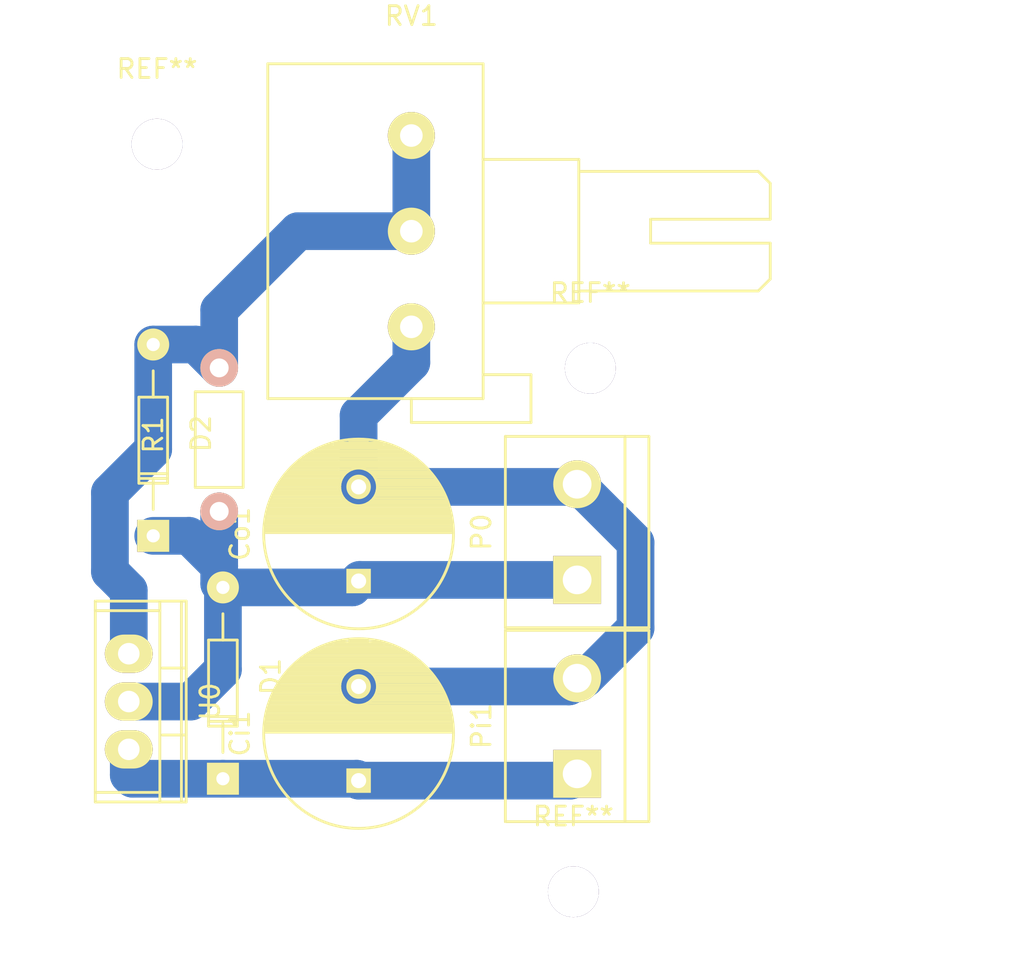
<source format=kicad_pcb>
(kicad_pcb (version 4) (host pcbnew 4.0.2+dfsg1-stable)

  (general
    (links 16)
    (no_connects 0)
    (area 161.014536 69.865 202.325001 114.625001)
    (thickness 1.6)
    (drawings 2)
    (tracks 41)
    (zones 0)
    (modules 12)
    (nets 5)
  )

  (page A4)
  (layers
    (0 F.Cu signal)
    (31 B.Cu signal)
    (32 B.Adhes user)
    (33 F.Adhes user)
    (34 B.Paste user)
    (35 F.Paste user)
    (36 B.SilkS user)
    (37 F.SilkS user)
    (38 B.Mask user)
    (39 F.Mask user)
    (40 Dwgs.User user)
    (41 Cmts.User user)
    (42 Eco1.User user)
    (43 Eco2.User user)
    (44 Edge.Cuts user)
    (45 Margin user)
    (46 B.CrtYd user)
    (47 F.CrtYd user)
    (48 B.Fab user)
    (49 F.Fab user)
  )

  (setup
    (last_trace_width 2)
    (trace_clearance 0.2)
    (zone_clearance 0.508)
    (zone_45_only no)
    (trace_min 0.2)
    (segment_width 0.2)
    (edge_width 0.15)
    (via_size 0.6)
    (via_drill 0.4)
    (via_min_size 0.4)
    (via_min_drill 0.3)
    (uvia_size 0.3)
    (uvia_drill 0.1)
    (uvias_allowed no)
    (uvia_min_size 0.2)
    (uvia_min_drill 0.1)
    (pcb_text_width 0.3)
    (pcb_text_size 1.5 1.5)
    (mod_edge_width 0.15)
    (mod_text_size 1 1)
    (mod_text_width 0.15)
    (pad_size 1.524 1.524)
    (pad_drill 0.762)
    (pad_to_mask_clearance 0.2)
    (aux_axis_origin 0 0)
    (visible_elements FFFFFF7F)
    (pcbplotparams
      (layerselection 0x00030_80000001)
      (usegerberextensions false)
      (excludeedgelayer true)
      (linewidth 0.100000)
      (plotframeref false)
      (viasonmask false)
      (mode 1)
      (useauxorigin false)
      (hpglpennumber 1)
      (hpglpenspeed 20)
      (hpglpendiameter 15)
      (hpglpenoverlay 2)
      (psnegative false)
      (psa4output false)
      (plotreference true)
      (plotvalue true)
      (plotinvisibletext false)
      (padsonsilk false)
      (subtractmaskfromsilk false)
      (outputformat 1)
      (mirror false)
      (drillshape 1)
      (scaleselection 1)
      (outputdirectory ""))
  )

  (net 0 "")
  (net 1 "Net-(Ci1-Pad1)")
  (net 2 "Net-(Ci1-Pad2)")
  (net 3 "Net-(Co1-Pad1)")
  (net 4 "Net-(D2-Pad2)")

  (net_class Default "This is the default net class."
    (clearance 0.2)
    (trace_width 2)
    (via_dia 0.6)
    (via_drill 0.4)
    (uvia_dia 0.3)
    (uvia_drill 0.1)
    (add_net "Net-(Ci1-Pad1)")
    (add_net "Net-(Ci1-Pad2)")
    (add_net "Net-(Co1-Pad1)")
    (add_net "Net-(D2-Pad2)")
  )

  (module Diodes_ThroughHole:Diode_DO-35_SOD27_Horizontal_RM10 (layer F.Cu) (tedit 552FFC30) (tstamp 58E0E622)
    (at 173 111.5 90)
    (descr "Diode, DO-35,  SOD27, Horizontal, RM 10mm")
    (tags "Diode, DO-35, SOD27, Horizontal, RM 10mm, 1N4148,")
    (path /58E10BE2)
    (fp_text reference D1 (at 5.43052 2.53746 90) (layer F.SilkS)
      (effects (font (size 1 1) (thickness 0.15)))
    )
    (fp_text value FR107 (at 4.41452 -3.55854 90) (layer F.Fab)
      (effects (font (size 1 1) (thickness 0.15)))
    )
    (fp_line (start 7.36652 -0.00254) (end 8.76352 -0.00254) (layer F.SilkS) (width 0.15))
    (fp_line (start 2.92152 -0.00254) (end 1.39752 -0.00254) (layer F.SilkS) (width 0.15))
    (fp_line (start 3.30252 -0.76454) (end 3.30252 0.75946) (layer F.SilkS) (width 0.15))
    (fp_line (start 3.04852 -0.76454) (end 3.04852 0.75946) (layer F.SilkS) (width 0.15))
    (fp_line (start 2.79452 -0.00254) (end 2.79452 0.75946) (layer F.SilkS) (width 0.15))
    (fp_line (start 2.79452 0.75946) (end 7.36652 0.75946) (layer F.SilkS) (width 0.15))
    (fp_line (start 7.36652 0.75946) (end 7.36652 -0.76454) (layer F.SilkS) (width 0.15))
    (fp_line (start 7.36652 -0.76454) (end 2.79452 -0.76454) (layer F.SilkS) (width 0.15))
    (fp_line (start 2.79452 -0.76454) (end 2.79452 -0.00254) (layer F.SilkS) (width 0.15))
    (pad 2 thru_hole circle (at 10.16052 -0.00254 270) (size 1.69926 1.69926) (drill 0.70104) (layers *.Cu *.Mask F.SilkS)
      (net 3 "Net-(Co1-Pad1)"))
    (pad 1 thru_hole rect (at 0.00052 -0.00254 270) (size 1.69926 1.69926) (drill 0.70104) (layers *.Cu *.Mask F.SilkS)
      (net 1 "Net-(Ci1-Pad1)"))
    (model Diodes_ThroughHole.3dshapes/Diode_DO-35_SOD27_Horizontal_RM10.wrl
      (at (xyz 0.2 0 0))
      (scale (xyz 0.4 0.4 0.4))
      (rotate (xyz 0 0 180))
    )
  )

  (module Diodes_ThroughHole:Diode_DO-35_SOD27_Horizontal_RM10 (layer F.Cu) (tedit 552FFC30) (tstamp 58E0E628)
    (at 169.3 98.6 90)
    (descr "Diode, DO-35,  SOD27, Horizontal, RM 10mm")
    (tags "Diode, DO-35, SOD27, Horizontal, RM 10mm, 1N4148,")
    (path /58E10C69)
    (fp_text reference D2 (at 5.43052 2.53746 90) (layer F.SilkS)
      (effects (font (size 1 1) (thickness 0.15)))
    )
    (fp_text value FR107 (at 4.41452 -3.55854 90) (layer F.Fab)
      (effects (font (size 1 1) (thickness 0.15)))
    )
    (fp_line (start 7.36652 -0.00254) (end 8.76352 -0.00254) (layer F.SilkS) (width 0.15))
    (fp_line (start 2.92152 -0.00254) (end 1.39752 -0.00254) (layer F.SilkS) (width 0.15))
    (fp_line (start 3.30252 -0.76454) (end 3.30252 0.75946) (layer F.SilkS) (width 0.15))
    (fp_line (start 3.04852 -0.76454) (end 3.04852 0.75946) (layer F.SilkS) (width 0.15))
    (fp_line (start 2.79452 -0.00254) (end 2.79452 0.75946) (layer F.SilkS) (width 0.15))
    (fp_line (start 2.79452 0.75946) (end 7.36652 0.75946) (layer F.SilkS) (width 0.15))
    (fp_line (start 7.36652 0.75946) (end 7.36652 -0.76454) (layer F.SilkS) (width 0.15))
    (fp_line (start 7.36652 -0.76454) (end 2.79452 -0.76454) (layer F.SilkS) (width 0.15))
    (fp_line (start 2.79452 -0.76454) (end 2.79452 -0.00254) (layer F.SilkS) (width 0.15))
    (pad 2 thru_hole circle (at 10.16052 -0.00254 270) (size 1.69926 1.69926) (drill 0.70104) (layers *.Cu *.Mask F.SilkS)
      (net 4 "Net-(D2-Pad2)"))
    (pad 1 thru_hole rect (at 0.00052 -0.00254 270) (size 1.69926 1.69926) (drill 0.70104) (layers *.Cu *.Mask F.SilkS)
      (net 3 "Net-(Co1-Pad1)"))
    (model Diodes_ThroughHole.3dshapes/Diode_DO-35_SOD27_Horizontal_RM10.wrl
      (at (xyz 0.2 0 0))
      (scale (xyz 0.4 0.4 0.4))
      (rotate (xyz 0 0 180))
    )
  )

  (module Resistors_ThroughHole:Resistor_Horizontal_RM7mm (layer F.Cu) (tedit 569FCF07) (tstamp 58E0E63A)
    (at 172.8 97.3 90)
    (descr "Resistor, Axial,  RM 7.62mm, 1/3W,")
    (tags "Resistor Axial RM 7.62mm 1/3W R3")
    (path /58E10CAC)
    (fp_text reference R1 (at 4.05892 -3.50012 90) (layer F.SilkS)
      (effects (font (size 1 1) (thickness 0.15)))
    )
    (fp_text value 240 (at 3.81 3.81 90) (layer F.Fab)
      (effects (font (size 1 1) (thickness 0.15)))
    )
    (fp_line (start -1.25 -1.5) (end 8.85 -1.5) (layer F.CrtYd) (width 0.05))
    (fp_line (start -1.25 1.5) (end -1.25 -1.5) (layer F.CrtYd) (width 0.05))
    (fp_line (start 8.85 -1.5) (end 8.85 1.5) (layer F.CrtYd) (width 0.05))
    (fp_line (start -1.25 1.5) (end 8.85 1.5) (layer F.CrtYd) (width 0.05))
    (fp_line (start 1.27 -1.27) (end 6.35 -1.27) (layer F.SilkS) (width 0.15))
    (fp_line (start 6.35 -1.27) (end 6.35 1.27) (layer F.SilkS) (width 0.15))
    (fp_line (start 6.35 1.27) (end 1.27 1.27) (layer F.SilkS) (width 0.15))
    (fp_line (start 1.27 1.27) (end 1.27 -1.27) (layer F.SilkS) (width 0.15))
    (pad 1 thru_hole circle (at 0 0 90) (size 1.99898 1.99898) (drill 1.00076) (layers *.Cu *.SilkS *.Mask)
      (net 3 "Net-(Co1-Pad1)"))
    (pad 2 thru_hole circle (at 7.62 0 90) (size 1.99898 1.99898) (drill 1.00076) (layers *.Cu *.SilkS *.Mask)
      (net 4 "Net-(D2-Pad2)"))
  )

  (module Potentiometers:Potentiometer_Alps-RK163-single_15mm (layer F.Cu) (tedit 5452A365) (tstamp 58E0E641)
    (at 183 87.5)
    (descr "Potentiometer, Alps, RK163, single")
    (tags "Potentiometer, Alps, RK163, single")
    (path /58E10D4E)
    (fp_text reference RV1 (at 0 -16.51) (layer F.SilkS)
      (effects (font (size 1 1) (thickness 0.15)))
    )
    (fp_text value 10 (at 0 7.62) (layer F.Fab)
      (effects (font (size 1 1) (thickness 0.15)))
    )
    (fp_line (start 19.05 -5.715) (end 19.05 -7.62) (layer F.SilkS) (width 0.15))
    (fp_line (start 19.05 -2.54) (end 19.05 -4.445) (layer F.SilkS) (width 0.15))
    (fp_line (start 12.7 -5.715) (end 12.7 -4.445) (layer F.SilkS) (width 0.15))
    (fp_line (start 0 5.08) (end 6.35 5.08) (layer F.SilkS) (width 0.15))
    (fp_line (start 6.35 5.08) (end 6.35 2.54) (layer F.SilkS) (width 0.15))
    (fp_line (start 6.35 2.54) (end 3.81 2.54) (layer F.SilkS) (width 0.15))
    (fp_line (start 0 5.08) (end 0 3.81) (layer F.SilkS) (width 0.15))
    (fp_line (start 12.7 -4.445) (end 19.05 -4.445) (layer F.SilkS) (width 0.15))
    (fp_line (start 19.05 -5.715) (end 12.7 -5.715) (layer F.SilkS) (width 0.15))
    (fp_line (start 8.89 -8.255) (end 18.415 -8.255) (layer F.SilkS) (width 0.15))
    (fp_line (start 18.415 -8.255) (end 19.05 -7.62) (layer F.SilkS) (width 0.15))
    (fp_line (start 19.05 -2.54) (end 18.415 -1.905) (layer F.SilkS) (width 0.15))
    (fp_line (start 18.415 -1.905) (end 8.89 -1.905) (layer F.SilkS) (width 0.15))
    (fp_line (start 3.81 -8.89) (end 8.89 -8.89) (layer F.SilkS) (width 0.15))
    (fp_line (start 8.89 -8.89) (end 8.89 -1.27) (layer F.SilkS) (width 0.15))
    (fp_line (start 8.89 -1.27) (end 3.81 -1.27) (layer F.SilkS) (width 0.15))
    (fp_line (start 3.81 -13.97) (end 3.81 3.81) (layer F.SilkS) (width 0.15))
    (fp_line (start 3.81 3.81) (end -7.62 3.81) (layer F.SilkS) (width 0.15))
    (fp_line (start -7.62 3.81) (end -7.62 -13.97) (layer F.SilkS) (width 0.15))
    (fp_line (start -7.62 -13.97) (end 3.81 -13.97) (layer F.SilkS) (width 0.15))
    (pad 2 thru_hole circle (at 0 -5.08) (size 2.49936 2.49936) (drill 1.19888) (layers *.Cu *.Mask F.SilkS)
      (net 4 "Net-(D2-Pad2)"))
    (pad 3 thru_hole circle (at 0 -10.16) (size 2.49936 2.49936) (drill 1.19888) (layers *.Cu *.Mask F.SilkS)
      (net 4 "Net-(D2-Pad2)"))
    (pad 1 thru_hole circle (at 0 0) (size 2.49936 2.49936) (drill 1.19888) (layers *.Cu *.Mask F.SilkS)
      (net 2 "Net-(Ci1-Pad2)"))
    (model Potentiometers.3dshapes/Potentiometer_Alps-RK163-single_15mm.wrl
      (at (xyz 0 0 0))
      (scale (xyz 1 1 1))
      (rotate (xyz 0 0 0))
    )
  )

  (module Power_Integrations:TO-220 (layer F.Cu) (tedit 0) (tstamp 58E0E648)
    (at 168 107.4 270)
    (descr "Non Isolated JEDEC TO-220 Package")
    (tags "Power Integration YN Package")
    (path /58E10BB1)
    (fp_text reference U0 (at 0 -4.318 270) (layer F.SilkS)
      (effects (font (size 1 1) (thickness 0.15)))
    )
    (fp_text value LM317AT (at 0 -4.318 270) (layer F.Fab)
      (effects (font (size 1 1) (thickness 0.15)))
    )
    (fp_line (start 4.826 -1.651) (end 4.826 1.778) (layer F.SilkS) (width 0.15))
    (fp_line (start -4.826 -1.651) (end -4.826 1.778) (layer F.SilkS) (width 0.15))
    (fp_line (start 5.334 -2.794) (end -5.334 -2.794) (layer F.SilkS) (width 0.15))
    (fp_line (start 1.778 -1.778) (end 1.778 -3.048) (layer F.SilkS) (width 0.15))
    (fp_line (start -1.778 -1.778) (end -1.778 -3.048) (layer F.SilkS) (width 0.15))
    (fp_line (start -5.334 -1.651) (end 5.334 -1.651) (layer F.SilkS) (width 0.15))
    (fp_line (start 5.334 1.778) (end -5.334 1.778) (layer F.SilkS) (width 0.15))
    (fp_line (start -5.334 -3.048) (end -5.334 1.778) (layer F.SilkS) (width 0.15))
    (fp_line (start 5.334 -3.048) (end 5.334 1.778) (layer F.SilkS) (width 0.15))
    (fp_line (start 5.334 -3.048) (end -5.334 -3.048) (layer F.SilkS) (width 0.15))
    (pad 2 thru_hole oval (at 0 0 270) (size 2.032 2.54) (drill 1.143) (layers *.Cu *.Mask F.SilkS)
      (net 3 "Net-(Co1-Pad1)"))
    (pad 3 thru_hole oval (at 2.54 0 270) (size 2.032 2.54) (drill 1.143) (layers *.Cu *.Mask F.SilkS)
      (net 1 "Net-(Ci1-Pad1)"))
    (pad 1 thru_hole oval (at -2.54 0 270) (size 2.032 2.54) (drill 1.143) (layers *.Cu *.Mask F.SilkS)
      (net 4 "Net-(D2-Pad2)"))
  )

  (module Connect:bornier2 (layer F.Cu) (tedit 0) (tstamp 58E0E62E)
    (at 191.8 98.4 90)
    (descr "Bornier d'alimentation 2 pins")
    (tags DEV)
    (path /58E10DE9)
    (fp_text reference P0 (at 0 -5.08 90) (layer F.SilkS)
      (effects (font (size 1 1) (thickness 0.15)))
    )
    (fp_text value CONN_01X02 (at 0 5.08 90) (layer F.Fab)
      (effects (font (size 1 1) (thickness 0.15)))
    )
    (fp_line (start 5.08 2.54) (end -5.08 2.54) (layer F.SilkS) (width 0.15))
    (fp_line (start 5.08 3.81) (end 5.08 -3.81) (layer F.SilkS) (width 0.15))
    (fp_line (start 5.08 -3.81) (end -5.08 -3.81) (layer F.SilkS) (width 0.15))
    (fp_line (start -5.08 -3.81) (end -5.08 3.81) (layer F.SilkS) (width 0.15))
    (fp_line (start -5.08 3.81) (end 5.08 3.81) (layer F.SilkS) (width 0.15))
    (pad 1 thru_hole rect (at -2.54 0 90) (size 2.54 2.54) (drill 1.524) (layers *.Cu *.Mask F.SilkS)
      (net 3 "Net-(Co1-Pad1)"))
    (pad 2 thru_hole circle (at 2.54 0 90) (size 2.54 2.54) (drill 1.524) (layers *.Cu *.Mask F.SilkS)
      (net 2 "Net-(Ci1-Pad2)"))
    (model Connect.3dshapes/bornier2.wrl
      (at (xyz 0 0 0))
      (scale (xyz 1 1 1))
      (rotate (xyz 0 0 0))
    )
  )

  (module Connect:bornier2 (layer F.Cu) (tedit 0) (tstamp 58E0E634)
    (at 191.8 108.7 90)
    (descr "Bornier d'alimentation 2 pins")
    (tags DEV)
    (path /58E10D81)
    (fp_text reference Pi1 (at 0 -5.08 90) (layer F.SilkS)
      (effects (font (size 1 1) (thickness 0.15)))
    )
    (fp_text value CONN_01X02 (at 0 5.08 90) (layer F.Fab)
      (effects (font (size 1 1) (thickness 0.15)))
    )
    (fp_line (start 5.08 2.54) (end -5.08 2.54) (layer F.SilkS) (width 0.15))
    (fp_line (start 5.08 3.81) (end 5.08 -3.81) (layer F.SilkS) (width 0.15))
    (fp_line (start 5.08 -3.81) (end -5.08 -3.81) (layer F.SilkS) (width 0.15))
    (fp_line (start -5.08 -3.81) (end -5.08 3.81) (layer F.SilkS) (width 0.15))
    (fp_line (start -5.08 3.81) (end 5.08 3.81) (layer F.SilkS) (width 0.15))
    (pad 1 thru_hole rect (at -2.54 0 90) (size 2.54 2.54) (drill 1.524) (layers *.Cu *.Mask F.SilkS)
      (net 1 "Net-(Ci1-Pad1)"))
    (pad 2 thru_hole circle (at 2.54 0 90) (size 2.54 2.54) (drill 1.524) (layers *.Cu *.Mask F.SilkS)
      (net 2 "Net-(Ci1-Pad2)"))
    (model Connect.3dshapes/bornier2.wrl
      (at (xyz 0 0 0))
      (scale (xyz 1 1 1))
      (rotate (xyz 0 0 0))
    )
  )

  (module Capacitors_ThroughHole:C_Radial_D10_L20_P5 (layer F.Cu) (tedit 0) (tstamp 58E0E616)
    (at 180.2 111.6 90)
    (descr "Radial Electrolytic Capacitor Diameter 10mm x Length 20mm, Pitch 5mm")
    (tags "Electrolytic Capacitor")
    (path /58E10E60)
    (fp_text reference Ci1 (at 2.5 -6.3 90) (layer F.SilkS)
      (effects (font (size 1 1) (thickness 0.15)))
    )
    (fp_text value 0.1uF (at 2.5 6.3 90) (layer F.Fab)
      (effects (font (size 1 1) (thickness 0.15)))
    )
    (fp_line (start 2.575 -4.999) (end 2.575 4.999) (layer F.SilkS) (width 0.15))
    (fp_line (start 2.715 -4.995) (end 2.715 4.995) (layer F.SilkS) (width 0.15))
    (fp_line (start 2.855 -4.987) (end 2.855 4.987) (layer F.SilkS) (width 0.15))
    (fp_line (start 2.995 -4.975) (end 2.995 4.975) (layer F.SilkS) (width 0.15))
    (fp_line (start 3.135 -4.96) (end 3.135 4.96) (layer F.SilkS) (width 0.15))
    (fp_line (start 3.275 -4.94) (end 3.275 4.94) (layer F.SilkS) (width 0.15))
    (fp_line (start 3.415 -4.916) (end 3.415 4.916) (layer F.SilkS) (width 0.15))
    (fp_line (start 3.555 -4.887) (end 3.555 4.887) (layer F.SilkS) (width 0.15))
    (fp_line (start 3.695 -4.855) (end 3.695 4.855) (layer F.SilkS) (width 0.15))
    (fp_line (start 3.835 -4.818) (end 3.835 4.818) (layer F.SilkS) (width 0.15))
    (fp_line (start 3.975 -4.777) (end 3.975 4.777) (layer F.SilkS) (width 0.15))
    (fp_line (start 4.115 -4.732) (end 4.115 -0.466) (layer F.SilkS) (width 0.15))
    (fp_line (start 4.115 0.466) (end 4.115 4.732) (layer F.SilkS) (width 0.15))
    (fp_line (start 4.255 -4.682) (end 4.255 -0.667) (layer F.SilkS) (width 0.15))
    (fp_line (start 4.255 0.667) (end 4.255 4.682) (layer F.SilkS) (width 0.15))
    (fp_line (start 4.395 -4.627) (end 4.395 -0.796) (layer F.SilkS) (width 0.15))
    (fp_line (start 4.395 0.796) (end 4.395 4.627) (layer F.SilkS) (width 0.15))
    (fp_line (start 4.535 -4.567) (end 4.535 -0.885) (layer F.SilkS) (width 0.15))
    (fp_line (start 4.535 0.885) (end 4.535 4.567) (layer F.SilkS) (width 0.15))
    (fp_line (start 4.675 -4.502) (end 4.675 -0.946) (layer F.SilkS) (width 0.15))
    (fp_line (start 4.675 0.946) (end 4.675 4.502) (layer F.SilkS) (width 0.15))
    (fp_line (start 4.815 -4.432) (end 4.815 -0.983) (layer F.SilkS) (width 0.15))
    (fp_line (start 4.815 0.983) (end 4.815 4.432) (layer F.SilkS) (width 0.15))
    (fp_line (start 4.955 -4.356) (end 4.955 -0.999) (layer F.SilkS) (width 0.15))
    (fp_line (start 4.955 0.999) (end 4.955 4.356) (layer F.SilkS) (width 0.15))
    (fp_line (start 5.095 -4.274) (end 5.095 -0.995) (layer F.SilkS) (width 0.15))
    (fp_line (start 5.095 0.995) (end 5.095 4.274) (layer F.SilkS) (width 0.15))
    (fp_line (start 5.235 -4.186) (end 5.235 -0.972) (layer F.SilkS) (width 0.15))
    (fp_line (start 5.235 0.972) (end 5.235 4.186) (layer F.SilkS) (width 0.15))
    (fp_line (start 5.375 -4.091) (end 5.375 -0.927) (layer F.SilkS) (width 0.15))
    (fp_line (start 5.375 0.927) (end 5.375 4.091) (layer F.SilkS) (width 0.15))
    (fp_line (start 5.515 -3.989) (end 5.515 -0.857) (layer F.SilkS) (width 0.15))
    (fp_line (start 5.515 0.857) (end 5.515 3.989) (layer F.SilkS) (width 0.15))
    (fp_line (start 5.655 -3.879) (end 5.655 -0.756) (layer F.SilkS) (width 0.15))
    (fp_line (start 5.655 0.756) (end 5.655 3.879) (layer F.SilkS) (width 0.15))
    (fp_line (start 5.795 -3.761) (end 5.795 -0.607) (layer F.SilkS) (width 0.15))
    (fp_line (start 5.795 0.607) (end 5.795 3.761) (layer F.SilkS) (width 0.15))
    (fp_line (start 5.935 -3.633) (end 5.935 -0.355) (layer F.SilkS) (width 0.15))
    (fp_line (start 5.935 0.355) (end 5.935 3.633) (layer F.SilkS) (width 0.15))
    (fp_line (start 6.075 -3.496) (end 6.075 3.496) (layer F.SilkS) (width 0.15))
    (fp_line (start 6.215 -3.346) (end 6.215 3.346) (layer F.SilkS) (width 0.15))
    (fp_line (start 6.355 -3.184) (end 6.355 3.184) (layer F.SilkS) (width 0.15))
    (fp_line (start 6.495 -3.007) (end 6.495 3.007) (layer F.SilkS) (width 0.15))
    (fp_line (start 6.635 -2.811) (end 6.635 2.811) (layer F.SilkS) (width 0.15))
    (fp_line (start 6.775 -2.593) (end 6.775 2.593) (layer F.SilkS) (width 0.15))
    (fp_line (start 6.915 -2.347) (end 6.915 2.347) (layer F.SilkS) (width 0.15))
    (fp_line (start 7.055 -2.062) (end 7.055 2.062) (layer F.SilkS) (width 0.15))
    (fp_line (start 7.195 -1.72) (end 7.195 1.72) (layer F.SilkS) (width 0.15))
    (fp_line (start 7.335 -1.274) (end 7.335 1.274) (layer F.SilkS) (width 0.15))
    (fp_line (start 7.475 -0.499) (end 7.475 0.499) (layer F.SilkS) (width 0.15))
    (fp_circle (center 5 0) (end 5 -1) (layer F.SilkS) (width 0.15))
    (fp_circle (center 2.5 0) (end 2.5 -5.0375) (layer F.SilkS) (width 0.15))
    (fp_circle (center 2.5 0) (end 2.5 -5.3) (layer F.CrtYd) (width 0.05))
    (pad 1 thru_hole rect (at 0 0 90) (size 1.3 1.3) (drill 0.8) (layers *.Cu *.Mask F.SilkS)
      (net 1 "Net-(Ci1-Pad1)"))
    (pad 2 thru_hole circle (at 5 0 90) (size 1.3 1.3) (drill 0.8) (layers *.Cu *.Mask F.SilkS)
      (net 2 "Net-(Ci1-Pad2)"))
    (model Capacitors_ThroughHole.3dshapes/C_Radial_D10_L20_P5.wrl
      (at (xyz 0 0 0))
      (scale (xyz 1 1 1))
      (rotate (xyz 0 0 0))
    )
  )

  (module Capacitors_ThroughHole:C_Radial_D10_L20_P5 (layer F.Cu) (tedit 0) (tstamp 58E0E61C)
    (at 180.2 101 90)
    (descr "Radial Electrolytic Capacitor Diameter 10mm x Length 20mm, Pitch 5mm")
    (tags "Electrolytic Capacitor")
    (path /58E10D19)
    (fp_text reference Co1 (at 2.5 -6.3 90) (layer F.SilkS)
      (effects (font (size 1 1) (thickness 0.15)))
    )
    (fp_text value 10uF (at 2.5 6.3 90) (layer F.Fab)
      (effects (font (size 1 1) (thickness 0.15)))
    )
    (fp_line (start 2.575 -4.999) (end 2.575 4.999) (layer F.SilkS) (width 0.15))
    (fp_line (start 2.715 -4.995) (end 2.715 4.995) (layer F.SilkS) (width 0.15))
    (fp_line (start 2.855 -4.987) (end 2.855 4.987) (layer F.SilkS) (width 0.15))
    (fp_line (start 2.995 -4.975) (end 2.995 4.975) (layer F.SilkS) (width 0.15))
    (fp_line (start 3.135 -4.96) (end 3.135 4.96) (layer F.SilkS) (width 0.15))
    (fp_line (start 3.275 -4.94) (end 3.275 4.94) (layer F.SilkS) (width 0.15))
    (fp_line (start 3.415 -4.916) (end 3.415 4.916) (layer F.SilkS) (width 0.15))
    (fp_line (start 3.555 -4.887) (end 3.555 4.887) (layer F.SilkS) (width 0.15))
    (fp_line (start 3.695 -4.855) (end 3.695 4.855) (layer F.SilkS) (width 0.15))
    (fp_line (start 3.835 -4.818) (end 3.835 4.818) (layer F.SilkS) (width 0.15))
    (fp_line (start 3.975 -4.777) (end 3.975 4.777) (layer F.SilkS) (width 0.15))
    (fp_line (start 4.115 -4.732) (end 4.115 -0.466) (layer F.SilkS) (width 0.15))
    (fp_line (start 4.115 0.466) (end 4.115 4.732) (layer F.SilkS) (width 0.15))
    (fp_line (start 4.255 -4.682) (end 4.255 -0.667) (layer F.SilkS) (width 0.15))
    (fp_line (start 4.255 0.667) (end 4.255 4.682) (layer F.SilkS) (width 0.15))
    (fp_line (start 4.395 -4.627) (end 4.395 -0.796) (layer F.SilkS) (width 0.15))
    (fp_line (start 4.395 0.796) (end 4.395 4.627) (layer F.SilkS) (width 0.15))
    (fp_line (start 4.535 -4.567) (end 4.535 -0.885) (layer F.SilkS) (width 0.15))
    (fp_line (start 4.535 0.885) (end 4.535 4.567) (layer F.SilkS) (width 0.15))
    (fp_line (start 4.675 -4.502) (end 4.675 -0.946) (layer F.SilkS) (width 0.15))
    (fp_line (start 4.675 0.946) (end 4.675 4.502) (layer F.SilkS) (width 0.15))
    (fp_line (start 4.815 -4.432) (end 4.815 -0.983) (layer F.SilkS) (width 0.15))
    (fp_line (start 4.815 0.983) (end 4.815 4.432) (layer F.SilkS) (width 0.15))
    (fp_line (start 4.955 -4.356) (end 4.955 -0.999) (layer F.SilkS) (width 0.15))
    (fp_line (start 4.955 0.999) (end 4.955 4.356) (layer F.SilkS) (width 0.15))
    (fp_line (start 5.095 -4.274) (end 5.095 -0.995) (layer F.SilkS) (width 0.15))
    (fp_line (start 5.095 0.995) (end 5.095 4.274) (layer F.SilkS) (width 0.15))
    (fp_line (start 5.235 -4.186) (end 5.235 -0.972) (layer F.SilkS) (width 0.15))
    (fp_line (start 5.235 0.972) (end 5.235 4.186) (layer F.SilkS) (width 0.15))
    (fp_line (start 5.375 -4.091) (end 5.375 -0.927) (layer F.SilkS) (width 0.15))
    (fp_line (start 5.375 0.927) (end 5.375 4.091) (layer F.SilkS) (width 0.15))
    (fp_line (start 5.515 -3.989) (end 5.515 -0.857) (layer F.SilkS) (width 0.15))
    (fp_line (start 5.515 0.857) (end 5.515 3.989) (layer F.SilkS) (width 0.15))
    (fp_line (start 5.655 -3.879) (end 5.655 -0.756) (layer F.SilkS) (width 0.15))
    (fp_line (start 5.655 0.756) (end 5.655 3.879) (layer F.SilkS) (width 0.15))
    (fp_line (start 5.795 -3.761) (end 5.795 -0.607) (layer F.SilkS) (width 0.15))
    (fp_line (start 5.795 0.607) (end 5.795 3.761) (layer F.SilkS) (width 0.15))
    (fp_line (start 5.935 -3.633) (end 5.935 -0.355) (layer F.SilkS) (width 0.15))
    (fp_line (start 5.935 0.355) (end 5.935 3.633) (layer F.SilkS) (width 0.15))
    (fp_line (start 6.075 -3.496) (end 6.075 3.496) (layer F.SilkS) (width 0.15))
    (fp_line (start 6.215 -3.346) (end 6.215 3.346) (layer F.SilkS) (width 0.15))
    (fp_line (start 6.355 -3.184) (end 6.355 3.184) (layer F.SilkS) (width 0.15))
    (fp_line (start 6.495 -3.007) (end 6.495 3.007) (layer F.SilkS) (width 0.15))
    (fp_line (start 6.635 -2.811) (end 6.635 2.811) (layer F.SilkS) (width 0.15))
    (fp_line (start 6.775 -2.593) (end 6.775 2.593) (layer F.SilkS) (width 0.15))
    (fp_line (start 6.915 -2.347) (end 6.915 2.347) (layer F.SilkS) (width 0.15))
    (fp_line (start 7.055 -2.062) (end 7.055 2.062) (layer F.SilkS) (width 0.15))
    (fp_line (start 7.195 -1.72) (end 7.195 1.72) (layer F.SilkS) (width 0.15))
    (fp_line (start 7.335 -1.274) (end 7.335 1.274) (layer F.SilkS) (width 0.15))
    (fp_line (start 7.475 -0.499) (end 7.475 0.499) (layer F.SilkS) (width 0.15))
    (fp_circle (center 5 0) (end 5 -1) (layer F.SilkS) (width 0.15))
    (fp_circle (center 2.5 0) (end 2.5 -5.0375) (layer F.SilkS) (width 0.15))
    (fp_circle (center 2.5 0) (end 2.5 -5.3) (layer F.CrtYd) (width 0.05))
    (pad 1 thru_hole rect (at 0 0 90) (size 1.3 1.3) (drill 0.8) (layers *.Cu *.Mask F.SilkS)
      (net 3 "Net-(Co1-Pad1)"))
    (pad 2 thru_hole circle (at 5 0 90) (size 1.3 1.3) (drill 0.8) (layers *.Cu *.Mask F.SilkS)
      (net 2 "Net-(Ci1-Pad2)"))
    (model Capacitors_ThroughHole.3dshapes/C_Radial_D10_L20_P5.wrl
      (at (xyz 0 0 0))
      (scale (xyz 1 1 1))
      (rotate (xyz 0 0 0))
    )
  )

  (module Mounting_Holes:MountingHole_2-7mm (layer F.Cu) (tedit 0) (tstamp 58E0E8D1)
    (at 169.5 77.8)
    (descr "Mounting hole, Befestigungsbohrung, 2,7mm, No Annular, Kein Restring,")
    (tags "Mounting hole, Befestigungsbohrung, 2,7mm, No Annular, Kein Restring,")
    (fp_text reference REF** (at 0 -4.0005) (layer F.SilkS)
      (effects (font (size 1 1) (thickness 0.15)))
    )
    (fp_text value MountingHole_2-7mm (at 0.09906 3.59918) (layer F.Fab)
      (effects (font (size 1 1) (thickness 0.15)))
    )
    (fp_circle (center 0 0) (end 2.7 0) (layer Cmts.User) (width 0.381))
    (pad 1 thru_hole circle (at 0 0) (size 2.7 2.7) (drill 2.7) (layers))
  )

  (module Mounting_Holes:MountingHole_2-7mm (layer F.Cu) (tedit 0) (tstamp 58E0E8EB)
    (at 192.5 89.7)
    (descr "Mounting hole, Befestigungsbohrung, 2,7mm, No Annular, Kein Restring,")
    (tags "Mounting hole, Befestigungsbohrung, 2,7mm, No Annular, Kein Restring,")
    (fp_text reference REF** (at 0 -4.0005) (layer F.SilkS)
      (effects (font (size 1 1) (thickness 0.15)))
    )
    (fp_text value MountingHole_2-7mm (at 0.09906 3.59918) (layer F.Fab)
      (effects (font (size 1 1) (thickness 0.15)))
    )
    (fp_circle (center 0 0) (end 2.7 0) (layer Cmts.User) (width 0.381))
    (pad 1 thru_hole circle (at 0 0) (size 2.7 2.7) (drill 2.7) (layers))
  )

  (module Mounting_Holes:MountingHole_2-7mm (layer F.Cu) (tedit 0) (tstamp 58E0E906)
    (at 191.6 117.5)
    (descr "Mounting hole, Befestigungsbohrung, 2,7mm, No Annular, Kein Restring,")
    (tags "Mounting hole, Befestigungsbohrung, 2,7mm, No Annular, Kein Restring,")
    (fp_text reference REF** (at 0 -4.0005) (layer F.SilkS)
      (effects (font (size 1 1) (thickness 0.15)))
    )
    (fp_text value MountingHole_2-7mm (at 0.09906 3.59918) (layer F.Fab)
      (effects (font (size 1 1) (thickness 0.15)))
    )
    (fp_circle (center 0 0) (end 2.7 0) (layer Cmts.User) (width 0.381))
    (pad 1 thru_hole circle (at 0 0) (size 2.7 2.7) (drill 2.7) (layers))
  )

  (dimension 41.000488 (width 0.3) (layer B.Adhes)
    (gr_text "41,000 mm" (at 209.247242 93.631476 270.2794894) (layer B.Adhes)
      (effects (font (size 1.5 1.5) (thickness 0.3)))
    )
    (feature1 (pts (xy 195.1 73.2) (xy 210.497226 73.124891)))
    (feature2 (pts (xy 195.3 114.2) (xy 210.697226 114.124891)))
    (crossbar (pts (xy 207.997258 114.138062) (xy 207.797258 73.138062)))
    (arrow1a (pts (xy 207.797258 73.138062) (xy 208.389167 74.261692)))
    (arrow1b (pts (xy 207.797258 73.138062) (xy 207.216339 74.267413)))
    (arrow2a (pts (xy 207.997258 114.138062) (xy 208.578177 113.008711)))
    (arrow2b (pts (xy 207.997258 114.138062) (xy 207.405349 113.014432)))
  )
  (dimension 30.100664 (width 0.3) (layer B.Adhes)
    (gr_text "30,101 mm" (at 181.013138 119.74779 359.6193027) (layer B.Adhes)
      (effects (font (size 1.5 1.5) (thickness 0.3)))
    )
    (feature1 (pts (xy 166 114.1) (xy 165.954168 120.99776)))
    (feature2 (pts (xy 196.1 114.3) (xy 196.054168 121.19776)))
    (crossbar (pts (xy 196.072108 118.49782) (xy 165.972108 118.29782)))
    (arrow1a (pts (xy 165.972108 118.29782) (xy 167.102483 117.718897)))
    (arrow1b (pts (xy 165.972108 118.29782) (xy 167.09469 118.891713)))
    (arrow2a (pts (xy 196.072108 118.49782) (xy 194.949526 117.903927)))
    (arrow2b (pts (xy 196.072108 118.49782) (xy 194.941733 119.076743)))
  )

  (segment (start 180.2 111.6) (end 191.44 111.6) (width 2) (layer B.Cu) (net 1))
  (segment (start 191.44 111.6) (end 191.8 111.24) (width 2) (layer B.Cu) (net 1) (tstamp 58E0E840))
  (segment (start 172.99746 111.49948) (end 180.09948 111.49948) (width 2) (layer B.Cu) (net 1))
  (segment (start 180.09948 111.49948) (end 180.2 111.6) (width 2) (layer B.Cu) (net 1) (tstamp 58E0E83D))
  (segment (start 168 109.94) (end 168 111.3) (width 2) (layer B.Cu) (net 1))
  (segment (start 168.19948 111.49948) (end 172.99746 111.49948) (width 2) (layer B.Cu) (net 1) (tstamp 58E0E83A))
  (segment (start 168 111.3) (end 168.19948 111.49948) (width 2) (layer B.Cu) (net 1) (tstamp 58E0E839))
  (segment (start 191.8 106.16) (end 192.24 106.16) (width 2) (layer B.Cu) (net 2))
  (segment (start 192.24 106.16) (end 194.9 103.5) (width 2) (layer B.Cu) (net 2) (tstamp 58E0E843))
  (segment (start 194.9 98.96) (end 191.8 95.86) (width 2) (layer B.Cu) (net 2) (tstamp 58E0E845))
  (segment (start 194.9 103.5) (end 194.9 98.96) (width 2) (layer B.Cu) (net 2) (tstamp 58E0E844))
  (segment (start 180.2 106.6) (end 191.36 106.6) (width 2) (layer B.Cu) (net 2))
  (segment (start 191.36 106.6) (end 191.8 106.16) (width 2) (layer B.Cu) (net 2) (tstamp 58E0E836))
  (segment (start 180.2 96) (end 191.66 96) (width 2) (layer B.Cu) (net 2))
  (segment (start 191.66 96) (end 191.8 95.86) (width 2) (layer B.Cu) (net 2) (tstamp 58E0E830))
  (segment (start 183 87.5) (end 183 89.4) (width 2) (layer B.Cu) (net 2))
  (segment (start 180.2 92.2) (end 180.2 96) (width 2) (layer B.Cu) (net 2) (tstamp 58E0E82C))
  (segment (start 183 89.4) (end 180.2 92.2) (width 2) (layer B.Cu) (net 2) (tstamp 58E0E82B))
  (segment (start 191.8 100.94) (end 180.26 100.94) (width 2) (layer B.Cu) (net 3))
  (segment (start 180.26 100.94) (end 180.2 101) (width 2) (layer B.Cu) (net 3) (tstamp 58E0E833))
  (segment (start 169.29746 98.59948) (end 171.19948 98.59948) (width 2) (layer B.Cu) (net 3))
  (segment (start 171.19948 98.59948) (end 172.8 100.2) (width 2) (layer B.Cu) (net 3) (tstamp 58E0E826))
  (segment (start 172.8 97.3) (end 172.8 100.2) (width 2) (layer B.Cu) (net 3))
  (segment (start 172.8 100.2) (end 172.8 101.14202) (width 2) (layer B.Cu) (net 3) (tstamp 58E0E829))
  (segment (start 172.8 101.14202) (end 172.99746 101.33948) (width 2) (layer B.Cu) (net 3) (tstamp 58E0E822))
  (segment (start 172.99746 101.33948) (end 179.86052 101.33948) (width 2) (layer B.Cu) (net 3))
  (segment (start 179.86052 101.33948) (end 180.2 101) (width 2) (layer B.Cu) (net 3) (tstamp 58E0E81F))
  (segment (start 168 107.4) (end 171.3 107.4) (width 2) (layer B.Cu) (net 3))
  (segment (start 172.99746 105.70254) (end 172.99746 101.33948) (width 2) (layer B.Cu) (net 3) (tstamp 58E0E81A))
  (segment (start 171.3 107.4) (end 172.99746 105.70254) (width 2) (layer B.Cu) (net 3) (tstamp 58E0E817))
  (segment (start 183 82.42) (end 183 77.34) (width 2) (layer B.Cu) (net 4))
  (segment (start 172.8 89.68) (end 172.8 86.6) (width 2) (layer B.Cu) (net 4))
  (segment (start 176.98 82.42) (end 183 82.42) (width 2) (layer B.Cu) (net 4) (tstamp 58E0E7EC))
  (segment (start 172.8 86.6) (end 176.98 82.42) (width 2) (layer B.Cu) (net 4) (tstamp 58E0E7E6))
  (segment (start 169.29746 88.43948) (end 171.55948 88.43948) (width 2) (layer B.Cu) (net 4))
  (segment (start 171.55948 88.43948) (end 172.8 89.68) (width 2) (layer B.Cu) (net 4) (tstamp 58E0E7C7))
  (segment (start 168 104.86) (end 168 101.5) (width 2) (layer B.Cu) (net 4))
  (segment (start 169.29746 94.00254) (end 169.29746 88.43948) (width 2) (layer B.Cu) (net 4) (tstamp 58E0E7C4))
  (segment (start 167 96.3) (end 169.29746 94.00254) (width 2) (layer B.Cu) (net 4) (tstamp 58E0E7C3))
  (segment (start 167 100.5) (end 167 96.3) (width 2) (layer B.Cu) (net 4) (tstamp 58E0E7BF))
  (segment (start 168 101.5) (end 167 100.5) (width 2) (layer B.Cu) (net 4) (tstamp 58E0E7B8))

)

</source>
